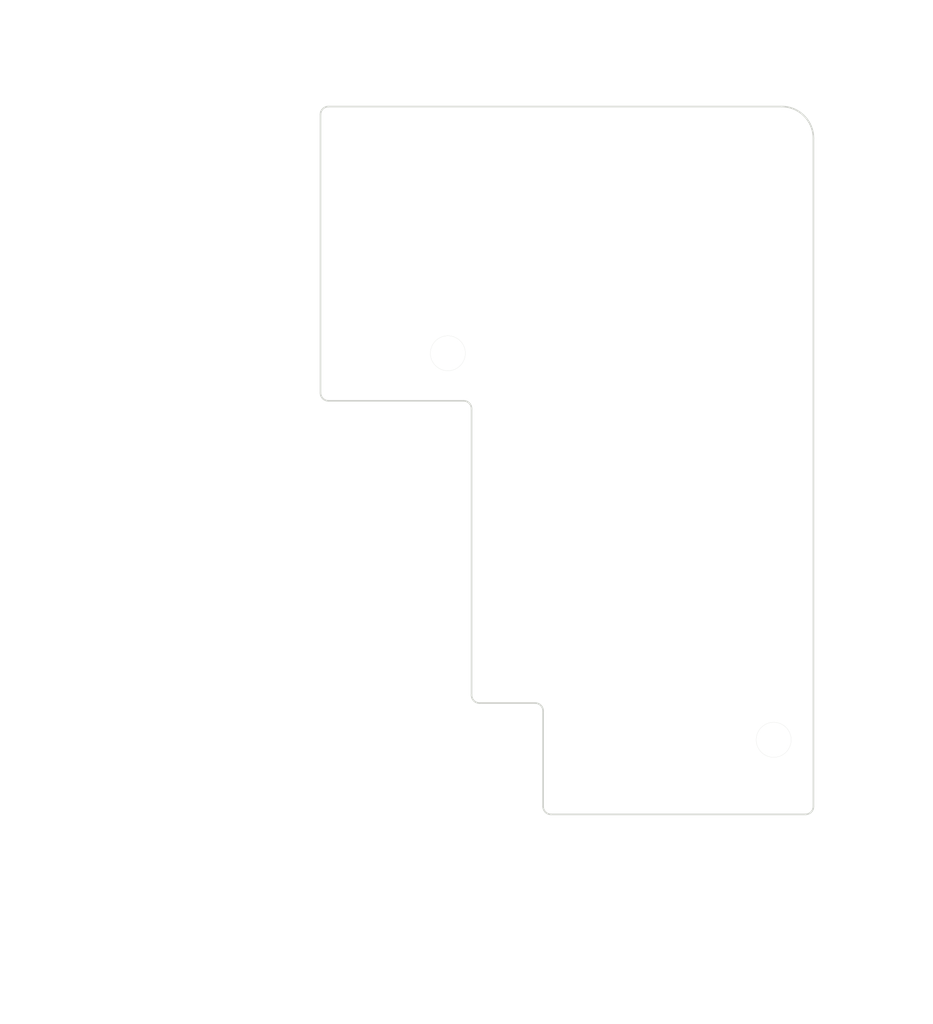
<source format=kicad_pcb>
(kicad_pcb (version 20221018) (generator pcbnew)
  (layers (0 "F.Cu" signal) (31 "B.Cu" signal) (34 "B.Paste" user) (35 "F.Paste" user) (36 "B.SilkS" user "B.Silkscreen") (37 "F.SilkS" user "F.Silkscreen") (38 "B.Mask" user) (39 "F.Mask" user) (44 "Edge.Cuts" user))
  (net 0 "")
  (footprint "kbd_Hole:m2_Screw_Hole_EdgeCuts" (layer "F.Cu") (at 299.316 81.74375)
    (fp_text reference "Ref**" hide)
    (fp_text value "Val**" hide)
    (fp_circle (center 0 0) (end 1.1 0) (stroke (width 0.01)) (fill none) (layer "Edge.Cuts"))
  )
  (footprint "kbd_Hole:m2_Screw_Hole_EdgeCuts" (layer "F.Cu") (at 278.82625 57.44375)
    (fp_text reference "Ref**" hide)
    (fp_text value "Val**" hide)
    (fp_circle (center 0 0) (end 1.1 0) (stroke (width 0.01)) (fill none) (layer "Edge.Cuts"))
  )
  (gr_arc (start 279.81625 60.43375) (mid 280.169803 60.580197) (end 280.31625 60.93375) (stroke (width 0.1)) (layer "Edge.Cuts"))
  (gr_line (start 270.81625 42.43375) (end 270.81625 59.93375) (stroke (width 0.1)) (layer "Edge.Cuts"))
  (gr_line (start 301.816 43.93375) (end 301.816 85.93375) (stroke (width 0.1)) (layer "Edge.Cuts"))
  (gr_line (start 280.81625 79.43375) (end 284.31625 79.43375) (stroke (width 0.1)) (layer "Edge.Cuts"))
  (gr_line (start 271.31625 60.43375) (end 279.81625 60.43375) (stroke (width 0.1)) (layer "Edge.Cuts"))
  (gr_arc (start 271.31625 60.43375) (mid 270.962697 60.287303) (end 270.81625 59.93375) (stroke (width 0.1)) (layer "Edge.Cuts"))
  (gr_arc (start 280.81625 79.43375) (mid 280.462697 79.287303) (end 280.31625 78.93375) (stroke (width 0.1)) (layer "Edge.Cuts"))
  (gr_arc (start 284.31625 79.43375) (mid 284.669803 79.580197) (end 284.81625 79.93375) (stroke (width 0.1)) (layer "Edge.Cuts"))
  (gr_arc (start 270.81625 42.43375) (mid 270.962697 42.080197) (end 271.31625 41.93375) (stroke (width 0.1)) (layer "Edge.Cuts"))
  (gr_line (start 285.31625 86.43375) (end 301.31625 86.43375) (stroke (width 0.1)) (layer "Edge.Cuts"))
  (gr_arc (start 285.31625 86.43375) (mid 284.962697 86.287303) (end 284.81625 85.93375) (stroke (width 0.1)) (layer "Edge.Cuts"))
  (gr_arc (start 301.81625 85.93375) (mid 301.669803 86.287303) (end 301.31625 86.43375) (stroke (width 0.1)) (layer "Edge.Cuts"))
  (gr_arc (start 299.81625 41.93375) (mid 301.230464 42.519536) (end 301.81625 43.93375) (stroke (width 0.1)) (layer "Edge.Cuts"))
  (gr_line (start 284.81625 79.93375) (end 284.81625 85.93375) (stroke (width 0.1)) (layer "Edge.Cuts"))
  (gr_line (start 280.31625 60.93375) (end 280.31625 78.93375) (stroke (width 0.1)) (layer "Edge.Cuts"))
  (gr_line (start 271.31625 41.93375) (end 299.81625 41.93375) (stroke (width 0.1)) (layer "Edge.Cuts"))
)
</source>
